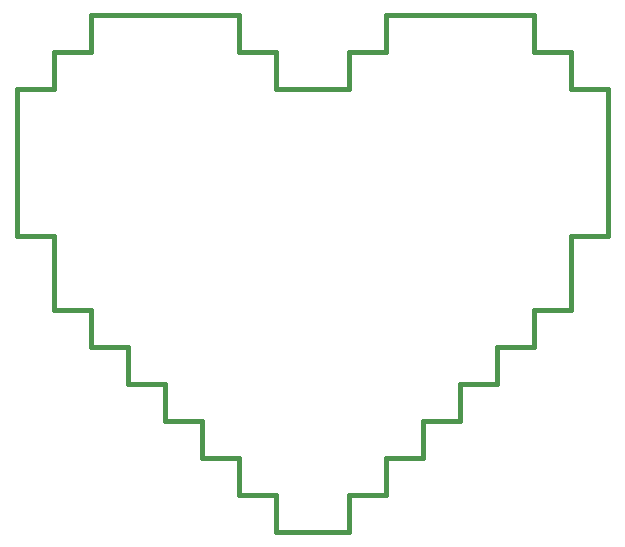
<source format=gbp>
G75*
%MOIN*%
%OFA0B0*%
%FSLAX25Y25*%
%IPPOS*%
%LPD*%
%AMOC8*
5,1,8,0,0,1.08239X$1,22.5*
%
%ADD10C,0.01600*%
D10*
X0087922Y0075619D02*
X0087922Y0087922D01*
X0075619Y0087922D01*
X0075619Y0100225D01*
X0063316Y0100225D01*
X0063316Y0124831D01*
X0051013Y0124831D01*
X0051013Y0174044D01*
X0063316Y0174044D01*
X0063316Y0186347D01*
X0075619Y0186347D01*
X0075619Y0198650D01*
X0124831Y0198650D01*
X0124831Y0186347D01*
X0137135Y0186347D01*
X0137135Y0174044D01*
X0161741Y0174044D01*
X0161741Y0186347D01*
X0174044Y0186347D01*
X0174044Y0198650D01*
X0223257Y0198650D01*
X0223257Y0186347D01*
X0235560Y0186347D01*
X0235560Y0174044D01*
X0247863Y0174044D01*
X0247863Y0124831D01*
X0235560Y0124831D01*
X0235560Y0100225D01*
X0223257Y0100225D01*
X0223257Y0087922D01*
X0210954Y0087922D01*
X0210954Y0075619D01*
X0198650Y0075619D01*
X0198650Y0063316D01*
X0186347Y0063316D01*
X0186347Y0051013D01*
X0174044Y0051013D01*
X0174044Y0038709D01*
X0161741Y0038709D01*
X0161741Y0026406D01*
X0137135Y0026406D01*
X0137135Y0038709D01*
X0124831Y0038709D01*
X0124831Y0051013D01*
X0112528Y0051013D01*
X0112528Y0063316D01*
X0100225Y0063316D01*
X0100225Y0075619D01*
X0087922Y0075619D01*
M02*

</source>
